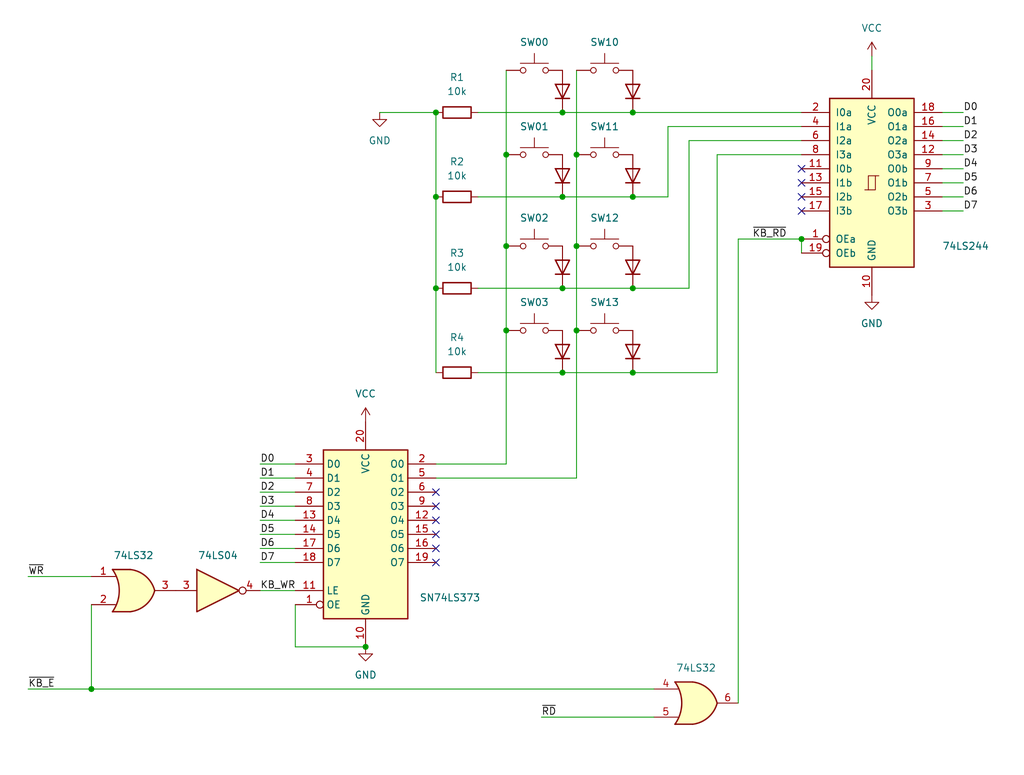
<source format=kicad_sch>
(kicad_sch (version 20230121) (generator eeschema)
  (paper "User" 184.988 140.005)
  (title_block (title "BeanBoard") (company "PainfulDiodes"))
  (lib_symbols
    (symbol "74xx:74LS04"
      (property "Reference" "U" (at 0 1.27 0))
      (property "Value" "74LS04" (at 0 -1.27 0))
      (symbol "74LS04_1_0"
        (polyline (pts (xy -3.81 3.81) (xy -3.81 -3.81) (xy 3.81 0) (xy -3.81 3.81)) (stroke (width 0.254)) (fill (type background)))
        (pin input line (at -7.62 0 0) (length 3.81) (name "~") (number "1"))
        (pin output inverted (at 7.62 0 180) (length 3.81) (name "~") (number "2"))
      )
      (symbol "74LS04_2_0"
        (polyline (pts (xy -3.81 3.81) (xy -3.81 -3.81) (xy 3.81 0) (xy -3.81 3.81)) (stroke (width 0.254)) (fill (type background)))
        (pin input line (at -7.62 0 0) (length 3.81) (name "~") (number "3"))
        (pin output inverted (at 7.62 0 180) (length 3.81) (name "~") (number "4"))
      )
      (symbol "74LS04_3_0"
        (polyline (pts (xy -3.81 3.81) (xy -3.81 -3.81) (xy 3.81 0) (xy -3.81 3.81)) (stroke (width 0.254)) (fill (type background)))
        (pin input line (at -7.62 0 0) (length 3.81) (name "~") (number "5"))
        (pin output inverted (at 7.62 0 180) (length 3.81) (name "~") (number "6"))
      )
      (symbol "74LS04_4_0"
        (polyline (pts (xy -3.81 3.81) (xy -3.81 -3.81) (xy 3.81 0) (xy -3.81 3.81)) (stroke (width 0.254)) (fill (type background)))
        (pin output inverted (at 7.62 0 180) (length 3.81) (name "~") (number "8"))
        (pin input line (at -7.62 0 0) (length 3.81) (name "~") (number "9"))
      )
      (symbol "74LS04_5_0"
        (polyline (pts (xy -3.81 3.81) (xy -3.81 -3.81) (xy 3.81 0) (xy -3.81 3.81)) (stroke (width 0.254)) (fill (type background)))
        (pin output inverted (at 7.62 0 180) (length 3.81) (name "~") (number "10"))
        (pin input line (at -7.62 0 0) (length 3.81) (name "~") (number "11"))
      )
      (symbol "74LS04_6_0"
        (polyline (pts (xy -3.81 3.81) (xy -3.81 -3.81) (xy 3.81 0) (xy -3.81 3.81)) (stroke (width 0.254)) (fill (type background)))
        (pin output inverted (at 7.62 0 180) (length 3.81) (name "~") (number "12"))
        (pin input line (at -7.62 0 0) (length 3.81) (name "~") (number "13"))
      )
      (symbol "74LS04_7_0"
        (pin power_in line (at 0 12.7 270) (length 5.08) (name "VCC") (number "14"))
        (pin power_in line (at 0 -12.7 90) (length 5.08) (name "GND") (number "7"))
      )
      (symbol "74LS04_7_1"
        (rectangle (start -5.08 7.62) (end 5.08 -7.62) (stroke (width 0.254)) (fill (type background)))
      )
    )
    (symbol "74xx:74LS244" (pin_names (offset 1.016))
      (property "Reference" "U" (at -7.62 16.51 0))
      (property "Value" "74LS244" (at -7.62 -16.51 0))
      (symbol "74LS244_1_0"
        (polyline (pts (xy -0.635 -1.27) (xy -0.635 1.27) (xy 0.635 1.27)))
        (polyline (pts (xy -1.27 -1.27) (xy 0.635 -1.27) (xy 0.635 1.27) (xy 1.27 1.27)))
        (pin input inverted (at -12.7 -10.16 0) (length 5.08) (name "OEa") (number "1"))
        (pin power_in line (at 0 -20.32 90) (length 5.08) (name "GND") (number "10"))
        (pin input line (at -12.7 2.54 0) (length 5.08) (name "I0b") (number "11"))
        (pin tri_state line (at 12.7 5.08 180) (length 5.08) (name "O3a") (number "12"))
        (pin input line (at -12.7 0 0) (length 5.08) (name "I1b") (number "13"))
        (pin tri_state line (at 12.7 7.62 180) (length 5.08) (name "O2a") (number "14"))
        (pin input line (at -12.7 -2.54 0) (length 5.08) (name "I2b") (number "15"))
        (pin tri_state line (at 12.7 10.16 180) (length 5.08) (name "O1a") (number "16"))
        (pin input line (at -12.7 -5.08 0) (length 5.08) (name "I3b") (number "17"))
        (pin tri_state line (at 12.7 12.7 180) (length 5.08) (name "O0a") (number "18"))
        (pin input inverted (at -12.7 -12.7 0) (length 5.08) (name "OEb") (number "19"))
        (pin input line (at -12.7 12.7 0) (length 5.08) (name "I0a") (number "2"))
        (pin power_in line (at 0 20.32 270) (length 5.08) (name "VCC") (number "20"))
        (pin tri_state line (at 12.7 -5.08 180) (length 5.08) (name "O3b") (number "3"))
        (pin input line (at -12.7 10.16 0) (length 5.08) (name "I1a") (number "4"))
        (pin tri_state line (at 12.7 -2.54 180) (length 5.08) (name "O2b") (number "5"))
        (pin input line (at -12.7 7.62 0) (length 5.08) (name "I2a") (number "6"))
        (pin tri_state line (at 12.7 0 180) (length 5.08) (name "O1b") (number "7"))
        (pin input line (at -12.7 5.08 0) (length 5.08) (name "I3a") (number "8"))
        (pin tri_state line (at 12.7 2.54 180) (length 5.08) (name "O0b") (number "9"))
      )
      (symbol "74LS244_1_1"
        (rectangle (start -7.62 15.24) (end 7.62 -15.24) (stroke (width 0.254)) (fill (type background)))
      )
    )
    (symbol "74xx:74LS32" (pin_names (offset 1.016))
      (property "Reference" "U" (at 0 1.27 0))
      (property "Value" "74LS32" (at 0 -1.27 0))
      (symbol "74LS32_1_1"
        (arc (start -3.81 -3.81) (mid -2.589 0) (end -3.81 3.81) (stroke (width 0.254)))
        (arc (start -0.6096 -3.81) (mid 2.1842 -2.5851) (end 3.81 0) (stroke (width 0.254)) (fill (type background)))
        (polyline (pts (xy -3.81 -3.81) (xy -0.635 -3.81)) (stroke (width 0.254)) (fill (type background)))
        (polyline (pts (xy -3.81 3.81) (xy -0.635 3.81)) (stroke (width 0.254)) (fill (type background)))
        (polyline (pts (xy -0.635 3.81) (xy -3.81 3.81) (xy -3.81 3.81) (xy -3.556 3.4036) (xy -3.0226 2.2606) (xy -2.6924 1.0414) (xy -2.6162 -0.254) (xy -2.7686 -1.4986) (xy -3.175 -2.7178) (xy -3.81 -3.81) (xy -3.81 -3.81) (xy -0.635 -3.81)) (stroke (width -25.4)) (fill (type background)))
        (arc (start 3.81 0) (mid 2.1915 2.5936) (end -0.6096 3.81) (stroke (width 0.254)) (fill (type background)))
        (pin input line (at -7.62 2.54 0) (length 4.318) (name "~") (number "1"))
        (pin input line (at -7.62 -2.54 0) (length 4.318) (name "~") (number "2"))
        (pin output line (at 7.62 0 180) (length 3.81) (name "~") (number "3"))
      )
      (symbol "74LS32_1_2"
        (arc (start 0 -3.81) (mid 3.7934 0) (end 0 3.81) (stroke (width 0.254)) (fill (type background)))
        (polyline (pts (xy 0 3.81) (xy -3.81 3.81) (xy -3.81 -3.81) (xy 0 -3.81)) (stroke (width 0.254)) (fill (type background)))
        (pin input inverted (at -7.62 2.54 0) (length 3.81) (name "~") (number "1"))
        (pin input inverted (at -7.62 -2.54 0) (length 3.81) (name "~") (number "2"))
        (pin output inverted (at 7.62 0 180) (length 3.81) (name "~") (number "3"))
      )
      (symbol "74LS32_2_1"
        (arc (start -3.81 -3.81) (mid -2.589 0) (end -3.81 3.81) (stroke (width 0.254)))
        (arc (start -0.6096 -3.81) (mid 2.1842 -2.5851) (end 3.81 0) (stroke (width 0.254)) (fill (type background)))
        (polyline (pts (xy -3.81 -3.81) (xy -0.635 -3.81)) (stroke (width 0.254)) (fill (type background)))
        (polyline (pts (xy -3.81 3.81) (xy -0.635 3.81)) (stroke (width 0.254)) (fill (type background)))
        (polyline (pts (xy -0.635 3.81) (xy -3.81 3.81) (xy -3.81 3.81) (xy -3.556 3.4036) (xy -3.0226 2.2606) (xy -2.6924 1.0414) (xy -2.6162 -0.254) (xy -2.7686 -1.4986) (xy -3.175 -2.7178) (xy -3.81 -3.81) (xy -3.81 -3.81) (xy -0.635 -3.81)) (stroke (width -25.4)) (fill (type background)))
        (arc (start 3.81 0) (mid 2.1915 2.5936) (end -0.6096 3.81) (stroke (width 0.254)) (fill (type background)))
        (pin input line (at -7.62 2.54 0) (length 4.318) (name "~") (number "4"))
        (pin input line (at -7.62 -2.54 0) (length 4.318) (name "~") (number "5"))
        (pin output line (at 7.62 0 180) (length 3.81) (name "~") (number "6"))
      )
      (symbol "74LS32_2_2"
        (arc (start 0 -3.81) (mid 3.7934 0) (end 0 3.81) (stroke (width 0.254)) (fill (type background)))
        (polyline (pts (xy 0 3.81) (xy -3.81 3.81) (xy -3.81 -3.81) (xy 0 -3.81)) (stroke (width 0.254)) (fill (type background)))
        (pin input inverted (at -7.62 2.54 0) (length 3.81) (name "~") (number "4"))
        (pin input inverted (at -7.62 -2.54 0) (length 3.81) (name "~") (number "5"))
        (pin output inverted (at 7.62 0 180) (length 3.81) (name "~") (number "6"))
      )
      (symbol "74LS32_3_1"
        (arc (start -3.81 -3.81) (mid -2.589 0) (end -3.81 3.81) (stroke (width 0.254)))
        (arc (start -0.6096 -3.81) (mid 2.1842 -2.5851) (end 3.81 0) (stroke (width 0.254)) (fill (type background)))
        (polyline (pts (xy -3.81 -3.81) (xy -0.635 -3.81)) (stroke (width 0.254)) (fill (type background)))
        (polyline (pts (xy -3.81 3.81) (xy -0.635 3.81)) (stroke (width 0.254)) (fill (type background)))
        (polyline (pts (xy -0.635 3.81) (xy -3.81 3.81) (xy -3.81 3.81) (xy -3.556 3.4036) (xy -3.0226 2.2606) (xy -2.6924 1.0414) (xy -2.6162 -0.254) (xy -2.7686 -1.4986) (xy -3.175 -2.7178) (xy -3.81 -3.81) (xy -3.81 -3.81) (xy -0.635 -3.81)) (stroke (width -25.4)) (fill (type background)))
        (arc (start 3.81 0) (mid 2.1915 2.5936) (end -0.6096 3.81) (stroke (width 0.254)) (fill (type background)))
        (pin input line (at -7.62 -2.54 0) (length 4.318) (name "~") (number "10"))
        (pin output line (at 7.62 0 180) (length 3.81) (name "~") (number "8"))
        (pin input line (at -7.62 2.54 0) (length 4.318) (name "~") (number "9"))
      )
      (symbol "74LS32_3_2"
        (arc (start 0 -3.81) (mid 3.7934 0) (end 0 3.81) (stroke (width 0.254)) (fill (type background)))
        (polyline (pts (xy 0 3.81) (xy -3.81 3.81) (xy -3.81 -3.81) (xy 0 -3.81)) (stroke (width 0.254)) (fill (type background)))
        (pin input inverted (at -7.62 -2.54 0) (length 3.81) (name "~") (number "10"))
        (pin output inverted (at 7.62 0 180) (length 3.81) (name "~") (number "8"))
        (pin input inverted (at -7.62 2.54 0) (length 3.81) (name "~") (number "9"))
      )
      (symbol "74LS32_4_1"
        (arc (start -3.81 -3.81) (mid -2.589 0) (end -3.81 3.81) (stroke (width 0.254)))
        (arc (start -0.6096 -3.81) (mid 2.1842 -2.5851) (end 3.81 0) (stroke (width 0.254)) (fill (type background)))
        (polyline (pts (xy -3.81 -3.81) (xy -0.635 -3.81)) (stroke (width 0.254)) (fill (type background)))
        (polyline (pts (xy -3.81 3.81) (xy -0.635 3.81)) (stroke (width 0.254)) (fill (type background)))
        (polyline (pts (xy -0.635 3.81) (xy -3.81 3.81) (xy -3.81 3.81) (xy -3.556 3.4036) (xy -3.0226 2.2606) (xy -2.6924 1.0414) (xy -2.6162 -0.254) (xy -2.7686 -1.4986) (xy -3.175 -2.7178) (xy -3.81 -3.81) (xy -3.81 -3.81) (xy -0.635 -3.81)) (stroke (width -25.4)) (fill (type background)))
        (arc (start 3.81 0) (mid 2.1915 2.5936) (end -0.6096 3.81) (stroke (width 0.254)) (fill (type background)))
        (pin output line (at 7.62 0 180) (length 3.81) (name "~") (number "11"))
        (pin input line (at -7.62 2.54 0) (length 4.318) (name "~") (number "12"))
        (pin input line (at -7.62 -2.54 0) (length 4.318) (name "~") (number "13"))
      )
      (symbol "74LS32_4_2"
        (arc (start 0 -3.81) (mid 3.7934 0) (end 0 3.81) (stroke (width 0.254)) (fill (type background)))
        (polyline (pts (xy 0 3.81) (xy -3.81 3.81) (xy -3.81 -3.81) (xy 0 -3.81)) (stroke (width 0.254)) (fill (type background)))
        (pin output inverted (at 7.62 0 180) (length 3.81) (name "~") (number "11"))
        (pin input inverted (at -7.62 2.54 0) (length 3.81) (name "~") (number "12"))
        (pin input inverted (at -7.62 -2.54 0) (length 3.81) (name "~") (number "13"))
      )
      (symbol "74LS32_5_0"
        (pin power_in line (at 0 12.7 270) (length 5.08) (name "VCC") (number "14"))
        (pin power_in line (at 0 -12.7 90) (length 5.08) (name "GND") (number "7"))
      )
      (symbol "74LS32_5_1"
        (rectangle (start -5.08 7.62) (end 5.08 -7.62) (stroke (width 0.254)) (fill (type background)))
      )
    )
    (symbol "74xx:74LS373"
      (property "Reference" "U" (at -7.62 16.51 0))
      (property "Value" "74LS373" (at -7.62 -16.51 0))
      (symbol "74LS373_1_0"
        (pin input inverted (at -12.7 -12.7 0) (length 5.08) (name "OE") (number "1"))
        (pin power_in line (at 0 -20.32 90) (length 5.08) (name "GND") (number "10"))
        (pin input line (at -12.7 -10.16 0) (length 5.08) (name "LE") (number "11"))
        (pin tri_state line (at 12.7 2.54 180) (length 5.08) (name "O4") (number "12"))
        (pin input line (at -12.7 2.54 0) (length 5.08) (name "D4") (number "13"))
        (pin input line (at -12.7 0 0) (length 5.08) (name "D5") (number "14"))
        (pin tri_state line (at 12.7 0 180) (length 5.08) (name "O5") (number "15"))
        (pin tri_state line (at 12.7 -2.54 180) (length 5.08) (name "O6") (number "16"))
        (pin input line (at -12.7 -2.54 0) (length 5.08) (name "D6") (number "17"))
        (pin input line (at -12.7 -5.08 0) (length 5.08) (name "D7") (number "18"))
        (pin tri_state line (at 12.7 -5.08 180) (length 5.08) (name "O7") (number "19"))
        (pin tri_state line (at 12.7 12.7 180) (length 5.08) (name "O0") (number "2"))
        (pin power_in line (at 0 20.32 270) (length 5.08) (name "VCC") (number "20"))
        (pin input line (at -12.7 12.7 0) (length 5.08) (name "D0") (number "3"))
        (pin input line (at -12.7 10.16 0) (length 5.08) (name "D1") (number "4"))
        (pin tri_state line (at 12.7 10.16 180) (length 5.08) (name "O1") (number "5"))
        (pin tri_state line (at 12.7 7.62 180) (length 5.08) (name "O2") (number "6"))
        (pin input line (at -12.7 7.62 0) (length 5.08) (name "D2") (number "7"))
        (pin input line (at -12.7 5.08 0) (length 5.08) (name "D3") (number "8"))
        (pin tri_state line (at 12.7 5.08 180) (length 5.08) (name "O3") (number "9"))
      )
      (symbol "74LS373_1_1"
        (rectangle (start -7.62 15.24) (end 7.62 -15.24) (stroke (width 0.254)) (fill (type background)))
      )
    )
    (symbol "Device:R" (pin_numbers hide) (pin_names (offset 0))
      (property "Reference" "R" (at 2.032 0 90))
      (property "Value" "R" (at 0 0 90))
      (symbol "R_0_1"
        (rectangle (start -1.016 -2.54) (end 1.016 2.54) (stroke (width 0.254)))
      )
      (symbol "R_1_1"
        (pin passive line (at 0 3.81 270) (length 1.27) (name "~") (number "1"))
        (pin passive line (at 0 -3.81 90) (length 1.27) (name "~") (number "2"))
      )
    )
    (symbol "Diode:1N4148" (pin_numbers hide) (pin_names hide)
      (property "Reference" "D" (at 0 2.54 0))
      (property "Value" "1N4148" (at 0 -2.54 0))
      (symbol "1N4148_0_1"
        (polyline (pts (xy -1.27 1.27) (xy -1.27 -1.27)) (stroke (width 0.254)))
        (polyline (pts (xy 1.27 0) (xy -1.27 0)))
        (polyline (pts (xy 1.27 1.27) (xy 1.27 -1.27) (xy -1.27 0) (xy 1.27 1.27)) (stroke (width 0.254)))
      )
      (symbol "1N4148_1_1"
        (pin passive line (at -3.81 0 0) (length 2.54) (name "K") (number "1"))
        (pin passive line (at 3.81 0 180) (length 2.54) (name "A") (number "2"))
      )
    )
    (symbol "Switch:SW_Push" (pin_numbers hide) (pin_names (offset 1.016) hide)
      (property "Reference" "SW" (at 1.27 2.54 0))
      (property "Value" "SW_Push" (at 0 -1.524 0))
      (symbol "SW_Push_0_1"
        (circle (center -2.032 0) (radius 0.508))
        (polyline (pts (xy 0 1.27) (xy 0 3.048)))
        (polyline (pts (xy 2.54 1.27) (xy -2.54 1.27)))
        (circle (center 2.032 0) (radius 0.508))
        (pin passive line (at -5.08 0 0) (length 2.54) (name "1") (number "1"))
        (pin passive line (at 5.08 0 180) (length 2.54) (name "2") (number "2"))
      )
    )
    (symbol "power:GND" (power) (pin_numbers hide) (pin_names (offset 0) hide)
      (property "Value" "GND" (at 0 -3.81 0))
      (symbol "GND_0_1"
        (polyline (pts (xy 0 0) (xy 0 -1.27) (xy 1.27 -1.27) (xy 0 -2.54) (xy -1.27 -1.27) (xy 0 -1.27)))
      )
      (symbol "GND_1_1"
        (pin power_in line (at 0 0 270) (length 0) hide (name "GND") (number "1"))
      )
    )
    (symbol "power:VCC" (power) (pin_numbers hide) (pin_names (offset 0) hide)
      (property "Value" "VCC" (at 0 3.81 0))
      (symbol "VCC_0_1"
        (polyline (pts (xy -0.762 1.27) (xy 0 2.54)))
        (polyline (pts (xy 0 0) (xy 0 2.54)))
        (polyline (pts (xy 0 2.54) (xy 0.762 1.27)))
      )
      (symbol "VCC_1_1"
        (pin power_in line (at 0 0 90) (length 0) hide (name "VCC") (number "1"))
      )
    )
  )
  (junction (at 91.44 44.45))
  (junction (at 114.3 20.32))
  (junction (at 101.6 20.32))
  (junction (at 101.6 67.31))
  (junction (at 101.6 52.07))
  (junction (at 104.14 27.94))
  (junction (at 78.74 52.07))
  (junction (at 101.6 35.56))
  (junction (at 91.44 59.69))
  (junction (at 104.14 44.45))
  (junction (at 78.74 35.56))
  (junction (at 104.14 59.69))
  (junction (at 114.3 67.31))
  (junction (at 114.3 35.56))
  (junction (at 144.78 43.18))
  (junction (at 66.04 116.84))
  (junction (at 91.44 27.94))
  (junction (at 114.3 52.07))
  (junction (at 16.51 124.46))
  (junction (at 78.74 20.32))
  (no_connect (at 144.78 33.02))
  (no_connect (at 78.74 91.44))
  (no_connect (at 78.74 101.6))
  (no_connect (at 144.78 38.1))
  (no_connect (at 78.74 99.06))
  (no_connect (at 78.74 96.52))
  (no_connect (at 144.78 30.48))
  (no_connect (at 78.74 93.98))
  (no_connect (at 78.74 88.9))
  (no_connect (at 144.78 35.56))
  (wire (pts (xy 104.14 44.45) (xy 104.14 59.69)))
  (wire (pts (xy 170.18 38.1) (xy 173.99 38.1)))
  (wire (pts (xy 104.14 59.69) (xy 104.14 86.36)))
  (wire (pts (xy 46.99 96.52) (xy 53.34 96.52)))
  (wire (pts (xy 46.99 101.6) (xy 53.34 101.6)))
  (wire (pts (xy 114.3 20.32) (xy 144.78 20.32)))
  (wire (pts (xy 46.99 86.36) (xy 53.34 86.36)))
  (wire (pts (xy 91.44 44.45) (xy 91.44 59.69)))
  (wire (pts (xy 144.78 25.4) (xy 124.46 25.4)))
  (wire (pts (xy 46.99 91.44) (xy 53.34 91.44)))
  (wire (pts (xy 78.74 86.36) (xy 104.14 86.36)))
  (wire (pts (xy 53.34 109.22) (xy 53.34 116.84)))
  (wire (pts (xy 16.51 124.46) (xy 118.11 124.46)))
  (wire (pts (xy 46.99 106.68) (xy 53.34 106.68)))
  (wire (pts (xy 46.99 88.9) (xy 53.34 88.9)))
  (wire (pts (xy 5.08 104.14) (xy 16.51 104.14)))
  (wire (pts (xy 46.99 83.82) (xy 53.34 83.82)))
  (wire (pts (xy 78.74 20.32) (xy 78.74 35.56)))
  (wire (pts (xy 101.6 52.07) (xy 114.3 52.07)))
  (wire (pts (xy 170.18 30.48) (xy 173.99 30.48)))
  (wire (pts (xy 124.46 25.4) (xy 124.46 52.07)))
  (wire (pts (xy 86.36 35.56) (xy 101.6 35.56)))
  (wire (pts (xy 53.34 116.84) (xy 66.04 116.84)))
  (wire (pts (xy 78.74 83.82) (xy 91.44 83.82)))
  (wire (pts (xy 86.36 52.07) (xy 101.6 52.07)))
  (wire (pts (xy 144.78 27.94) (xy 129.54 27.94)))
  (wire (pts (xy 133.35 127) (xy 133.35 43.18)))
  (wire (pts (xy 91.44 27.94) (xy 91.44 44.45)))
  (wire (pts (xy 16.51 109.22) (xy 16.51 124.46)))
  (wire (pts (xy 170.18 20.32) (xy 173.99 20.32)))
  (wire (pts (xy 46.99 99.06) (xy 53.34 99.06)))
  (wire (pts (xy 86.36 20.32) (xy 101.6 20.32)))
  (wire (pts (xy 114.3 52.07) (xy 124.46 52.07)))
  (wire (pts (xy 144.78 22.86) (xy 120.65 22.86)))
  (wire (pts (xy 97.79 129.54) (xy 118.11 129.54)))
  (wire (pts (xy 170.18 35.56) (xy 173.99 35.56)))
  (wire (pts (xy 86.36 67.31) (xy 101.6 67.31)))
  (wire (pts (xy 78.74 52.07) (xy 78.74 67.31)))
  (wire (pts (xy 114.3 35.56) (xy 120.65 35.56)))
  (wire (pts (xy 91.44 12.7) (xy 91.44 27.94)))
  (wire (pts (xy 144.78 43.18) (xy 144.78 45.72)))
  (wire (pts (xy 101.6 35.56) (xy 114.3 35.56)))
  (wire (pts (xy 101.6 67.31) (xy 114.3 67.31)))
  (wire (pts (xy 104.14 12.7) (xy 104.14 27.94)))
  (wire (pts (xy 104.14 27.94) (xy 104.14 44.45)))
  (wire (pts (xy 170.18 22.86) (xy 173.99 22.86)))
  (wire (pts (xy 129.54 27.94) (xy 129.54 67.31)))
  (wire (pts (xy 170.18 33.02) (xy 173.99 33.02)))
  (wire (pts (xy 133.35 43.18) (xy 144.78 43.18)))
  (wire (pts (xy 91.44 59.69) (xy 91.44 83.82)))
  (wire (pts (xy 101.6 20.32) (xy 114.3 20.32)))
  (wire (pts (xy 170.18 25.4) (xy 173.99 25.4)))
  (wire (pts (xy 114.3 67.31) (xy 129.54 67.31)))
  (wire (pts (xy 170.18 27.94) (xy 173.99 27.94)))
  (wire (pts (xy 5.08 124.46) (xy 16.51 124.46)))
  (wire (pts (xy 157.48 10.16) (xy 157.48 12.7)))
  (wire (pts (xy 46.99 93.98) (xy 53.34 93.98)))
  (wire (pts (xy 68.58 20.32) (xy 78.74 20.32)))
  (wire (pts (xy 120.65 22.86) (xy 120.65 35.56)))
  (wire (pts (xy 78.74 35.56) (xy 78.74 52.07)))
  (label "~{KB_E}" (at 5.08 124.46 0))
  (label "~{WR}" (at 5.08 104.14 0))
  (label "D4" (at 173.99 30.48 0))
  (label "D3" (at 173.99 27.94 0))
  (label "~{RD}" (at 97.79 129.54 0))
  (label "D3" (at 46.99 91.44 0))
  (label "D1" (at 46.99 86.36 0))
  (label "D6" (at 46.99 99.06 0))
  (label "~{KB_RD}" (at 135.89 43.18 0))
  (label "D0" (at 46.99 83.82 0))
  (label "D5" (at 173.99 33.02 0))
  (label "D7" (at 46.99 101.6 0))
  (label "D2" (at 173.99 25.4 0))
  (label "D7" (at 173.99 38.1 0))
  (label "D6" (at 173.99 35.56 0))
  (label "D4" (at 46.99 93.98 0))
  (label "D1" (at 173.99 22.86 0))
  (label "KB_WR" (at 46.99 106.68 0))
  (label "D2" (at 46.99 88.9 0))
  (label "D0" (at 173.99 20.32 0))
  (label "D5" (at 46.99 96.52 0))
  (symbol (lib_id "power:GND") (at 66.04 116.84 0) (unit 1)
    (property "Reference" "#PWR09" (effects hide))
    (property "Value" "GND" (at 66.04 121.92 0))
  )
  (symbol (lib_id "power:GND") (at 68.58 20.32 0) (unit 1)
    (property "Reference" "#PWR05" (effects hide))
    (property "Value" "GND" (at 68.58 25.4 0))
  )
  (symbol (lib_id "74xx:74LS244") (at 157.48 33.02 0) (unit 1)
    (property "Reference" "U3" (effects hide))
    (property "Value" "74LS244" (at 170.18 44.45 0) (effects (justify left)))
    (property "Footprint" "Package_DIP:DIP-20_W7.62mm_Socket_LongPads" (effects hide))
    (property "Datasheet" "http://www.ti.com/lit/ds/symlink/sn74ls244.pdf" (effects hide))
  )
  (symbol (lib_id "Diode:1N4148") (at 114.3 31.75 90) (unit 1)
    (property "Reference" "D11" (effects hide))
    (property "Value" "1N4148" (effects hide))
    (property "Footprint" "Diode_THT:D_DO-35_SOD27_P7.62mm_Horizontal" (effects hide))
    (property "Datasheet" "https://assets.nexperia.com/documents/data-sheet/1N4148_1N4448.pdf" (effects hide))
    (property "Sim.Device" "D" (effects hide))
    (property "Sim.Pins" "1=K 2=A" (effects hide))
  )
  (symbol (lib_id "Switch:SW_Push") (at 96.52 59.69 0) (unit 1)
    (property "Reference" "SW03" (at 96.52 54.61 0))
    (property "Value" "SW_Push_45deg" (effects hide))
    (property "Footprint" "SW_B3F-4000_OMR:SW_B3F-4000_OMR" (effects hide))
  )
  (symbol (lib_id "Switch:SW_Push") (at 96.52 12.7 0) (unit 1)
    (property "Reference" "SW00" (at 96.52 7.62 0))
    (property "Value" "SW_Push_45deg" (effects hide))
    (property "Footprint" "SW_B3F-4000_OMR:SW_B3F-4000_OMR" (effects hide))
  )
  (symbol (lib_id "power:VCC") (at 157.48 10.16 0) (unit 1)
    (property "Reference" "#PWR07" (effects hide))
    (property "Value" "VCC" (at 157.48 5.08 0))
  )
  (symbol (lib_id "Diode:1N4148") (at 114.3 48.26 90) (unit 1)
    (property "Reference" "D12" (effects hide))
    (property "Value" "1N4148" (effects hide))
    (property "Footprint" "Diode_THT:D_DO-35_SOD27_P7.62mm_Horizontal" (effects hide))
    (property "Datasheet" "https://assets.nexperia.com/documents/data-sheet/1N4148_1N4448.pdf" (effects hide))
    (property "Sim.Device" "D" (effects hide))
    (property "Sim.Pins" "1=K 2=A" (effects hide))
  )
  (symbol (lib_id "Switch:SW_Push") (at 109.22 12.7 0) (unit 1)
    (property "Reference" "SW10" (at 109.22 7.62 0))
    (property "Value" "SW_Push_45deg" (effects hide))
    (property "Footprint" "SW_B3F-4000_OMR:SW_B3F-4000_OMR" (effects hide))
  )
  (symbol (lib_id "Switch:SW_Push") (at 109.22 59.69 0) (unit 1)
    (property "Reference" "SW13" (at 109.22 54.61 0))
    (property "Value" "SW_Push_45deg" (effects hide))
    (property "Footprint" "SW_B3F-4000_OMR:SW_B3F-4000_OMR" (effects hide))
  )
  (symbol (lib_id "Switch:SW_Push") (at 109.22 44.45 0) (unit 1)
    (property "Reference" "SW12" (at 109.22 39.37 0))
    (property "Value" "SW_Push_45deg" (effects hide))
    (property "Footprint" "SW_B3F-4000_OMR:SW_B3F-4000_OMR" (effects hide))
  )
  (symbol (lib_id "Diode:1N4148") (at 101.6 63.5 90) (unit 1)
    (property "Reference" "D03" (effects hide))
    (property "Value" "1N4148" (effects hide))
    (property "Footprint" "Diode_THT:D_DO-35_SOD27_P7.62mm_Horizontal" (effects hide))
    (property "Datasheet" "https://assets.nexperia.com/documents/data-sheet/1N4148_1N4448.pdf" (effects hide))
    (property "Sim.Device" "D" (effects hide))
    (property "Sim.Pins" "1=K 2=A" (effects hide))
  )
  (symbol (lib_id "Switch:SW_Push") (at 96.52 44.45 0) (unit 1)
    (property "Reference" "SW02" (at 96.52 39.37 0))
    (property "Value" "SW_Push_45deg" (effects hide))
    (property "Footprint" "SW_B3F-4000_OMR:SW_B3F-4000_OMR" (effects hide))
  )
  (symbol (lib_id "Switch:SW_Push") (at 96.52 27.94 0) (unit 1)
    (property "Reference" "SW01" (at 96.52 22.86 0))
    (property "Value" "SW_Push_45deg" (effects hide))
    (property "Footprint" "SW_B3F-4000_OMR:SW_B3F-4000_OMR" (effects hide))
  )
  (symbol (lib_id "power:GND") (at 157.48 53.34 0) (unit 1)
    (property "Reference" "#PWR04" (effects hide))
    (property "Value" "GND" (at 157.48 58.42 0))
  )
  (symbol (lib_id "power:VCC") (at 66.04 76.2 0) (unit 1)
    (property "Reference" "#PWR08" (effects hide))
    (property "Value" "VCC" (at 66.04 71.12 0))
  )
  (symbol (lib_id "Diode:1N4148") (at 114.3 63.5 90) (unit 1)
    (property "Reference" "D13" (effects hide))
    (property "Value" "1N4148" (effects hide))
    (property "Footprint" "Diode_THT:D_DO-35_SOD27_P7.62mm_Horizontal" (effects hide))
    (property "Datasheet" "https://assets.nexperia.com/documents/data-sheet/1N4148_1N4448.pdf" (effects hide))
    (property "Sim.Device" "D" (effects hide))
    (property "Sim.Pins" "1=K 2=A" (effects hide))
  )
  (symbol (lib_id "Diode:1N4148") (at 101.6 31.75 90) (unit 1)
    (property "Reference" "D01" (effects hide))
    (property "Value" "1N4148" (effects hide))
    (property "Footprint" "Diode_THT:D_DO-35_SOD27_P7.62mm_Horizontal" (effects hide))
    (property "Datasheet" "https://assets.nexperia.com/documents/data-sheet/1N4148_1N4448.pdf" (effects hide))
    (property "Sim.Device" "D" (effects hide))
    (property "Sim.Pins" "1=K 2=A" (effects hide))
  )
  (symbol (lib_id "Device:R") (at 82.55 52.07 90) (unit 1)
    (property "Reference" "R3" (at 82.55 45.72 90))
    (property "Value" "10k" (at 82.55 48.26 90))
    (property "Footprint" "Resistor_THT:R_Axial_DIN0204_L3.6mm_D1.6mm_P7.62mm_Horizontal" (effects hide))
  )
  (symbol (lib_id "74xx:74LS04") (at 39.37 106.68 0) (unit 2)
    (property "Reference" "U4" (effects hide))
    (property "Value" "74LS04" (at 39.37 100.33 0))
    (property "Datasheet" "http://www.ti.com/lit/gpn/sn74LS04" (effects hide))
  )
  (symbol (lib_id "Device:R") (at 82.55 35.56 90) (unit 1)
    (property "Reference" "R2" (at 82.55 29.21 90))
    (property "Value" "10k" (at 82.55 31.75 90))
    (property "Footprint" "Resistor_THT:R_Axial_DIN0204_L3.6mm_D1.6mm_P7.62mm_Horizontal" (effects hide))
  )
  (symbol (lib_id "Device:R") (at 82.55 20.32 90) (unit 1)
    (property "Reference" "R1" (at 82.55 13.97 90))
    (property "Value" "10k" (at 82.55 16.51 90))
    (property "Footprint" "Resistor_THT:R_Axial_DIN0204_L3.6mm_D1.6mm_P7.62mm_Horizontal" (effects hide))
  )
  (symbol (lib_id "Diode:1N4148") (at 101.6 16.51 90) (unit 1)
    (property "Reference" "D00" (effects hide))
    (property "Value" "1N4148" (effects hide))
    (property "Footprint" "Diode_THT:D_DO-35_SOD27_P7.62mm_Horizontal" (effects hide))
    (property "Datasheet" "https://assets.nexperia.com/documents/data-sheet/1N4148_1N4448.pdf" (effects hide))
    (property "Sim.Device" "D" (effects hide))
    (property "Sim.Pins" "1=K 2=A" (effects hide))
  )
  (symbol (lib_id "Diode:1N4148") (at 101.6 48.26 90) (unit 1)
    (property "Reference" "D02" (effects hide))
    (property "Value" "1N4148" (effects hide))
    (property "Footprint" "Diode_THT:D_DO-35_SOD27_P7.62mm_Horizontal" (effects hide))
    (property "Datasheet" "https://assets.nexperia.com/documents/data-sheet/1N4148_1N4448.pdf" (effects hide))
    (property "Sim.Device" "D" (effects hide))
    (property "Sim.Pins" "1=K 2=A" (effects hide))
  )
  (symbol (lib_id "74xx:74LS32") (at 125.73 127 0) (unit 2)
    (property "Reference" "U1" (effects hide))
    (property "Value" "74LS32" (at 125.73 120.65 0))
    (property "Datasheet" "http://www.ti.com/lit/gpn/sn74LS32" (effects hide))
  )
  (symbol (lib_id "Switch:SW_Push") (at 109.22 27.94 0) (unit 1)
    (property "Reference" "SW11" (at 109.22 22.86 0))
    (property "Value" "SW_Push_45deg" (effects hide))
    (property "Footprint" "SW_B3F-4000_OMR:SW_B3F-4000_OMR" (effects hide))
  )
  (symbol (lib_id "Device:R") (at 82.55 67.31 90) (unit 1)
    (property "Reference" "R4" (at 82.55 60.96 90))
    (property "Value" "10k" (at 82.55 63.5 90))
    (property "Footprint" "Resistor_THT:R_Axial_DIN0204_L3.6mm_D1.6mm_P7.62mm_Horizontal" (effects hide))
  )
  (symbol (lib_id "74xx:74LS373") (at 66.04 96.52 0) (unit 1)
    (property "Reference" "U2" (effects hide))
    (property "Value" "SN74LS373" (at 81.28 107.95 0))
    (property "Footprint" "Package_DIP:DIP-20_W7.62mm_Socket_LongPads" (effects hide))
    (property "Datasheet" "http://www.ti.com/lit/gpn/sn74LS373" (effects hide))
  )
  (symbol (lib_id "74xx:74LS32") (at 24.13 106.68 0) (unit 1)
    (property "Reference" "U1" (effects hide))
    (property "Value" "74LS32" (at 24.13 100.33 0))
    (property "Datasheet" "http://www.ti.com/lit/gpn/sn74LS32" (effects hide))
  )
  (symbol (lib_id "Diode:1N4148") (at 114.3 16.51 90) (unit 1)
    (property "Reference" "D10" (effects hide))
    (property "Value" "1N4148" (effects hide))
    (property "Footprint" "Diode_THT:D_DO-35_SOD27_P7.62mm_Horizontal" (effects hide))
    (property "Datasheet" "https://assets.nexperia.com/documents/data-sheet/1N4148_1N4448.pdf" (effects hide))
    (property "Sim.Device" "D" (effects hide))
    (property "Sim.Pins" "1=K 2=A" (effects hide))
  )
)
</source>
